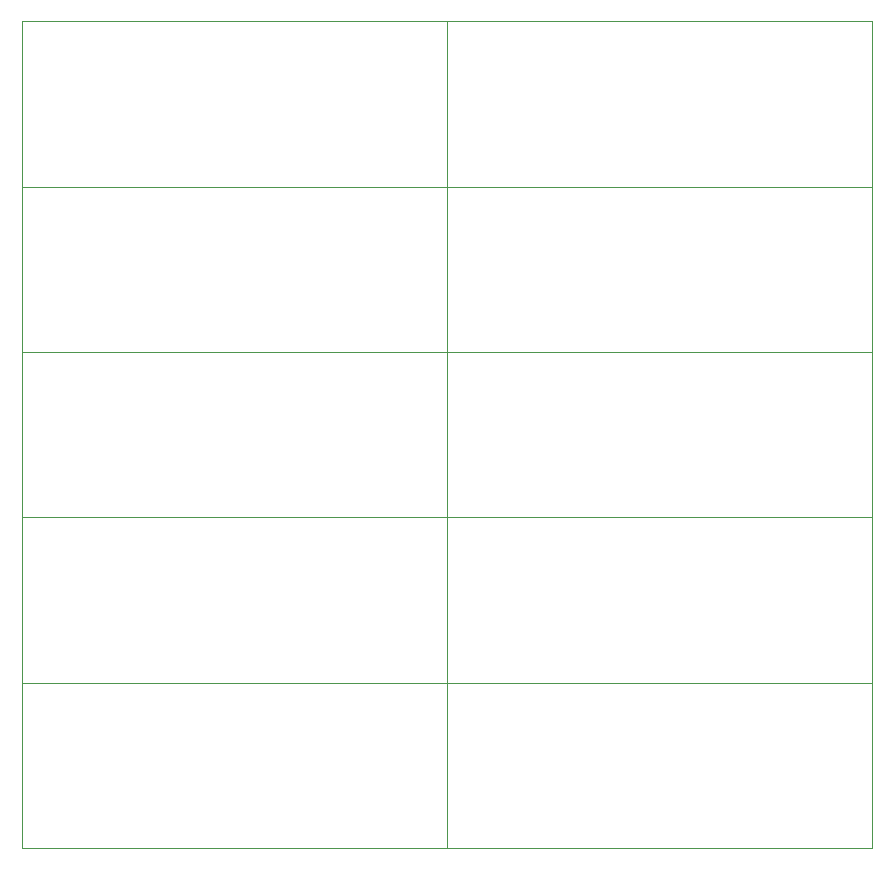
<source format=gbr>
%TF.GenerationSoftware,KiCad,Pcbnew,5.1.10*%
%TF.CreationDate,2021-11-07T07:50:52-05:00*%
%TF.ProjectId,CurrentSenseModule-RevB-10p,43757272-656e-4745-9365-6e73654d6f64,rev?*%
%TF.SameCoordinates,Original*%
%TF.FileFunction,Profile,NP*%
%FSLAX46Y46*%
G04 Gerber Fmt 4.6, Leading zero omitted, Abs format (unit mm)*
G04 Created by KiCad (PCBNEW 5.1.10) date 2021-11-07 07:50:52*
%MOMM*%
%LPD*%
G01*
G04 APERTURE LIST*
%TA.AperFunction,Profile*%
%ADD10C,0.050000*%
%TD*%
G04 APERTURE END LIST*
D10*
X99750000Y-74250000D02*
X99750000Y-60250000D01*
X135750000Y-74250000D02*
X99750000Y-74250000D01*
X135750000Y-60250000D02*
X135750000Y-74250000D01*
X99750000Y-60250000D02*
X135750000Y-60250000D01*
X99750000Y-88250000D02*
X99750000Y-74250000D01*
X135750000Y-88250000D02*
X99750000Y-88250000D01*
X135750000Y-74250000D02*
X135750000Y-88250000D01*
X99750000Y-74250000D02*
X135750000Y-74250000D01*
X135750000Y-74250000D02*
X135750000Y-60250000D01*
X171750000Y-74250000D02*
X135750000Y-74250000D01*
X171750000Y-60250000D02*
X171750000Y-74250000D01*
X135750000Y-60250000D02*
X171750000Y-60250000D01*
X135750000Y-88250000D02*
X135750000Y-74250000D01*
X171750000Y-88250000D02*
X135750000Y-88250000D01*
X171750000Y-74250000D02*
X171750000Y-88250000D01*
X135750000Y-74250000D02*
X171750000Y-74250000D01*
X99750000Y-102250000D02*
X99750000Y-88250000D01*
X135750000Y-102250000D02*
X99750000Y-102250000D01*
X135750000Y-88250000D02*
X135750000Y-102250000D01*
X99750000Y-88250000D02*
X135750000Y-88250000D01*
X135750000Y-102250000D02*
X135750000Y-88250000D01*
X171750000Y-102250000D02*
X135750000Y-102250000D01*
X171750000Y-88250000D02*
X171750000Y-102250000D01*
X135750000Y-88250000D02*
X171750000Y-88250000D01*
X99750000Y-116250000D02*
X99750000Y-102250000D01*
X135750000Y-116250000D02*
X99750000Y-116250000D01*
X135750000Y-102250000D02*
X135750000Y-116250000D01*
X99750000Y-102250000D02*
X135750000Y-102250000D01*
X135750000Y-116250000D02*
X135750000Y-102250000D01*
X171750000Y-116250000D02*
X135750000Y-116250000D01*
X171750000Y-102250000D02*
X171750000Y-116250000D01*
X135750000Y-102250000D02*
X171750000Y-102250000D01*
X99750000Y-130250000D02*
X99750000Y-116250000D01*
X135750000Y-130250000D02*
X99750000Y-130250000D01*
X135750000Y-116250000D02*
X135750000Y-130250000D01*
X99750000Y-116250000D02*
X135750000Y-116250000D01*
X135750000Y-130250000D02*
X135750000Y-116250000D01*
X171750000Y-130250000D02*
X135750000Y-130250000D01*
X171750000Y-116250000D02*
X171750000Y-130250000D01*
X135750000Y-116250000D02*
X171750000Y-116250000D01*
M02*

</source>
